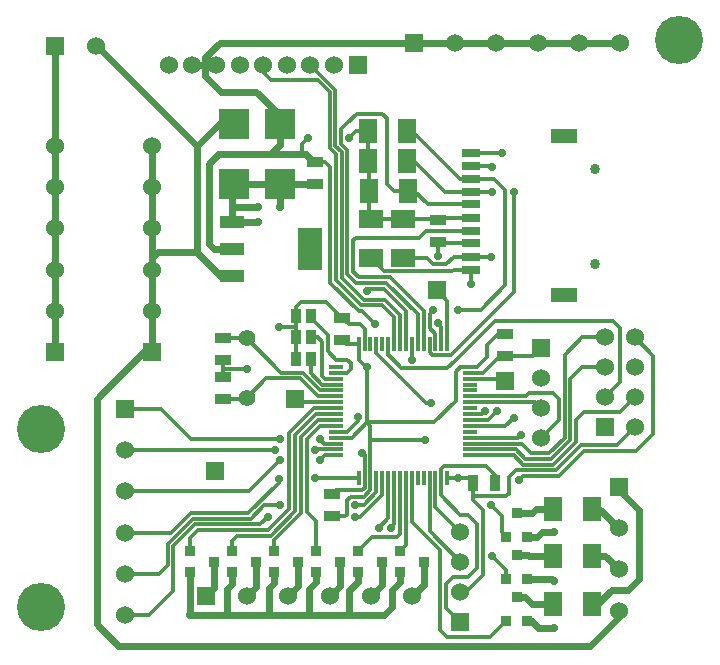
<source format=gtl>
G04 (created by PCBNEW (2013-may-18)-stable) date Вт 17 фев 2015 22:42:46*
%MOIN*%
G04 Gerber Fmt 3.4, Leading zero omitted, Abs format*
%FSLAX34Y34*%
G01*
G70*
G90*
G04 APERTURE LIST*
%ADD10C,0.00590551*%
%ADD11R,0.06X0.06*%
%ADD12C,0.06*%
%ADD13R,0.036X0.036*%
%ADD14R,0.08X0.144*%
%ADD15R,0.08X0.04*%
%ADD16R,0.08X0.06*%
%ADD17R,0.06X0.08*%
%ADD18R,0.055X0.035*%
%ADD19R,0.035X0.055*%
%ADD20R,0.062X0.026*%
%ADD21C,0.034*%
%ADD22R,0.086X0.046*%
%ADD23C,0.056*%
%ADD24R,0.0472X0.0118*%
%ADD25R,0.0118X0.0472*%
%ADD26R,0.0984X0.1004*%
%ADD27R,0.038X0.05*%
%ADD28C,0.16*%
%ADD29C,0.0275591*%
%ADD30C,0.011811*%
%ADD31C,0.023622*%
G04 APERTURE END LIST*
G54D10*
G54D11*
X32440Y-34043D03*
G54D12*
X32440Y-32665D03*
X32440Y-31287D03*
X32440Y-29909D03*
X32440Y-28531D03*
X32440Y-27153D03*
G54D11*
X29212Y-34043D03*
G54D12*
X29212Y-32665D03*
X29212Y-31287D03*
X29212Y-29909D03*
X29212Y-28531D03*
X29212Y-27153D03*
G54D11*
X41153Y-23740D03*
G54D12*
X42531Y-23740D03*
X43909Y-23740D03*
X45287Y-23740D03*
X46665Y-23740D03*
X48043Y-23740D03*
G54D11*
X34224Y-42165D03*
G54D12*
X35602Y-42165D03*
X36980Y-42165D03*
X38358Y-42165D03*
X39736Y-42165D03*
X41113Y-42165D03*
G54D11*
X31535Y-35917D03*
G54D12*
X31535Y-37295D03*
X31535Y-38673D03*
X31535Y-40050D03*
X31535Y-41428D03*
X31535Y-42806D03*
G54D11*
X29203Y-23818D03*
G54D12*
X30581Y-23818D03*
G54D13*
X37897Y-41379D03*
X37897Y-40679D03*
X38697Y-41029D03*
X44950Y-43000D03*
X44250Y-43000D03*
X44600Y-42200D03*
X44950Y-40200D03*
X44250Y-40200D03*
X44600Y-39400D03*
X44950Y-41600D03*
X44250Y-41600D03*
X44600Y-40800D03*
X39297Y-41379D03*
X39297Y-40679D03*
X40097Y-41029D03*
X36497Y-41379D03*
X36497Y-40679D03*
X37297Y-41029D03*
X35097Y-41379D03*
X35097Y-40679D03*
X35897Y-41029D03*
X33697Y-41379D03*
X33697Y-40679D03*
X34497Y-41029D03*
X40697Y-41379D03*
X40697Y-40679D03*
X41497Y-41029D03*
G54D14*
X37717Y-30590D03*
G54D15*
X35117Y-30590D03*
X35117Y-31490D03*
X35117Y-29690D03*
G54D16*
X40787Y-30886D03*
X40787Y-29586D03*
G54D17*
X45806Y-42440D03*
X47106Y-42440D03*
X45806Y-39251D03*
X47106Y-39251D03*
X45806Y-40826D03*
X47106Y-40826D03*
X39664Y-28661D03*
X40964Y-28661D03*
G54D16*
X39724Y-30886D03*
X39724Y-29586D03*
G54D17*
X40945Y-27657D03*
X39645Y-27657D03*
X40945Y-26653D03*
X39645Y-26653D03*
G54D18*
X44200Y-33425D03*
X44200Y-34175D03*
G54D19*
X43128Y-38385D03*
X43878Y-38385D03*
G54D18*
X38425Y-39508D03*
X38425Y-38758D03*
X38779Y-33642D03*
X38779Y-32892D03*
X41968Y-30375D03*
X41968Y-29625D03*
X34803Y-33562D03*
X34803Y-34312D03*
X34803Y-35611D03*
X34803Y-34861D03*
X37874Y-27695D03*
X37874Y-28445D03*
G54D11*
X47531Y-36539D03*
G54D12*
X48531Y-36539D03*
X47531Y-35539D03*
X48531Y-35539D03*
X47531Y-34539D03*
X48531Y-34539D03*
X47531Y-33539D03*
X48531Y-33539D03*
G54D11*
X42716Y-43035D03*
G54D12*
X42716Y-42035D03*
X42716Y-41035D03*
X42716Y-40035D03*
G54D11*
X45400Y-33900D03*
G54D12*
X45400Y-34900D03*
X45400Y-35900D03*
X45400Y-36900D03*
G54D11*
X44200Y-35000D03*
X41929Y-31968D03*
X37204Y-35590D03*
X34527Y-37992D03*
G54D20*
X43070Y-27383D03*
X43070Y-28253D03*
X43070Y-28683D03*
X43070Y-29113D03*
X43070Y-29553D03*
X43070Y-29983D03*
X43070Y-30413D03*
X43070Y-30853D03*
X43070Y-31283D03*
X43070Y-27827D03*
G54D21*
X47210Y-31083D03*
X47210Y-27933D03*
G54D22*
X46170Y-26833D03*
X46170Y-32133D03*
G54D23*
X35590Y-35566D03*
X35590Y-33566D03*
G54D24*
X38556Y-34524D03*
X38556Y-34721D03*
X38556Y-34918D03*
X38556Y-35115D03*
X38556Y-35312D03*
X38556Y-35508D03*
X38556Y-35705D03*
X38556Y-35902D03*
X38556Y-36098D03*
X38556Y-36295D03*
X38556Y-36492D03*
X38556Y-36688D03*
X38556Y-36885D03*
X38556Y-37082D03*
X38556Y-37279D03*
X38556Y-37476D03*
G54D25*
X39324Y-38244D03*
X39521Y-38244D03*
X39718Y-38244D03*
X39915Y-38244D03*
X40112Y-38244D03*
X40308Y-38244D03*
X40505Y-38244D03*
X40702Y-38244D03*
X40898Y-38244D03*
X41095Y-38244D03*
X41292Y-38244D03*
X41488Y-38244D03*
X41685Y-38244D03*
X41882Y-38244D03*
X42079Y-38244D03*
X42276Y-38244D03*
G54D24*
X43044Y-37476D03*
X43044Y-37279D03*
X43044Y-37082D03*
X43044Y-36885D03*
X43044Y-36688D03*
X43044Y-36492D03*
X43044Y-36295D03*
X43044Y-36098D03*
X43044Y-35902D03*
X43044Y-35705D03*
X43044Y-35508D03*
X43044Y-35312D03*
X43044Y-35115D03*
X43044Y-34918D03*
X43044Y-34721D03*
X43044Y-34524D03*
G54D25*
X42276Y-33756D03*
X42079Y-33756D03*
X41882Y-33756D03*
X41685Y-33756D03*
X41488Y-33756D03*
X41292Y-33756D03*
X41095Y-33756D03*
X40898Y-33756D03*
X40702Y-33756D03*
X40505Y-33756D03*
X40308Y-33756D03*
X40112Y-33756D03*
X39915Y-33756D03*
X39718Y-33756D03*
X39521Y-33756D03*
X39324Y-33756D03*
G54D26*
X36692Y-26446D03*
X36692Y-28434D03*
X35157Y-26446D03*
X35157Y-28434D03*
G54D11*
X48000Y-38522D03*
G54D12*
X48000Y-39900D03*
X48000Y-41277D03*
X48000Y-42655D03*
G54D11*
X39291Y-24448D03*
G54D12*
X38503Y-24448D03*
X37716Y-24448D03*
X36929Y-24448D03*
X36141Y-24448D03*
X35354Y-24448D03*
X34566Y-24448D03*
X33779Y-24448D03*
X32992Y-24448D03*
G54D27*
X37230Y-32834D03*
X37730Y-32834D03*
X37230Y-33543D03*
X37730Y-33543D03*
X37230Y-34251D03*
X37730Y-34251D03*
G54D28*
X50000Y-23622D03*
X28740Y-42519D03*
X28740Y-36614D03*
G54D29*
X39606Y-34527D03*
X39881Y-33110D03*
X39015Y-26889D03*
X37637Y-26889D03*
X42637Y-38244D03*
X41535Y-36968D03*
X36692Y-29212D03*
X35984Y-29212D03*
X35984Y-29685D03*
X36653Y-33188D03*
X36338Y-42795D03*
X34921Y-42795D03*
X33697Y-42792D03*
X45826Y-43228D03*
X45826Y-41653D03*
X45826Y-40039D03*
X35590Y-34606D03*
X39448Y-37401D03*
X39291Y-36181D03*
X43779Y-27874D03*
X41968Y-30826D03*
X39606Y-32007D03*
X44675Y-38307D03*
X41751Y-35728D03*
X41968Y-33070D03*
X41102Y-34291D03*
X42637Y-32637D03*
X41811Y-32637D03*
X44488Y-28700D03*
X43779Y-28700D03*
X40393Y-39881D03*
X43740Y-39133D03*
X36692Y-36929D03*
X38031Y-36929D03*
X36535Y-37283D03*
X37874Y-37283D03*
X36692Y-37637D03*
X38031Y-37637D03*
X36653Y-38267D03*
X37874Y-38228D03*
X36692Y-39133D03*
X39212Y-39133D03*
X39212Y-39527D03*
X36299Y-39527D03*
X43779Y-40826D03*
X40000Y-39881D03*
X44094Y-27401D03*
X44488Y-36220D03*
X43543Y-35984D03*
X43070Y-31771D03*
X44724Y-36811D03*
X43740Y-30866D03*
X43937Y-35984D03*
G54D30*
X37874Y-27695D02*
X38207Y-27695D01*
X38377Y-27866D02*
X38207Y-27695D01*
X38377Y-31724D02*
X38377Y-27866D01*
X39330Y-32677D02*
X38377Y-31724D01*
X39448Y-32677D02*
X39330Y-32677D01*
X39881Y-33110D02*
X39448Y-32677D01*
X39251Y-26653D02*
X39015Y-26889D01*
X39645Y-26653D02*
X39251Y-26653D01*
X37440Y-27086D02*
X37440Y-27440D01*
X37637Y-26889D02*
X37440Y-27086D01*
G54D31*
X34212Y-24488D02*
X34212Y-24212D01*
X34685Y-23740D02*
X41153Y-23740D01*
X34212Y-24212D02*
X34685Y-23740D01*
X36692Y-26446D02*
X36692Y-26141D01*
X34212Y-24842D02*
X34212Y-24488D01*
X34212Y-24488D02*
X34212Y-24448D01*
X34724Y-25354D02*
X34212Y-24842D01*
X35905Y-25354D02*
X34724Y-25354D01*
X36692Y-26141D02*
X35905Y-25354D01*
X37874Y-27695D02*
X37813Y-27695D01*
X37813Y-27695D02*
X37559Y-27440D01*
X37559Y-27440D02*
X37440Y-27440D01*
X37440Y-27440D02*
X36377Y-27440D01*
X35117Y-30590D02*
X34488Y-30590D01*
X36692Y-27125D02*
X36692Y-26446D01*
X36377Y-27440D02*
X36692Y-27125D01*
X34645Y-27440D02*
X36377Y-27440D01*
X34330Y-27755D02*
X34645Y-27440D01*
X34330Y-30433D02*
X34330Y-27755D01*
X34488Y-30590D02*
X34330Y-30433D01*
X43909Y-23740D02*
X45287Y-23740D01*
X45287Y-23740D02*
X46665Y-23740D01*
X46665Y-23740D02*
X48043Y-23740D01*
X42531Y-23740D02*
X43909Y-23740D01*
X41153Y-23740D02*
X42531Y-23740D01*
X33779Y-24448D02*
X34212Y-24448D01*
X34212Y-24448D02*
X34566Y-24448D01*
G54D30*
X39324Y-33756D02*
X38892Y-33756D01*
X38892Y-33756D02*
X38779Y-33642D01*
X39718Y-38244D02*
X39718Y-38628D01*
X38876Y-39508D02*
X38425Y-39508D01*
X38937Y-39448D02*
X38876Y-39508D01*
X38937Y-38976D02*
X38937Y-39448D01*
X39055Y-38858D02*
X38937Y-38976D01*
X39488Y-38858D02*
X39055Y-38858D01*
X39718Y-38628D02*
X39488Y-38858D01*
X44330Y-38740D02*
X44251Y-38818D01*
X44251Y-38818D02*
X43128Y-38818D01*
X43128Y-38818D02*
X43149Y-38818D01*
X43149Y-38818D02*
X43128Y-38818D01*
X47935Y-37135D02*
X48531Y-36539D01*
X46742Y-37135D02*
X47935Y-37135D01*
X45901Y-37976D02*
X46742Y-37135D01*
X44553Y-37976D02*
X45901Y-37976D01*
X44330Y-38198D02*
X44553Y-37976D01*
X44330Y-38759D02*
X44330Y-38740D01*
X44330Y-38740D02*
X44330Y-38198D01*
X39645Y-27657D02*
X39645Y-26653D01*
X39664Y-28661D02*
X39664Y-27677D01*
X39664Y-27677D02*
X39645Y-27657D01*
X39664Y-28661D02*
X39664Y-29526D01*
X39664Y-29526D02*
X39724Y-29586D01*
X39606Y-36377D02*
X41850Y-36377D01*
X43044Y-34532D02*
X43044Y-34524D01*
X42712Y-34532D02*
X43044Y-34532D01*
X42559Y-34685D02*
X42712Y-34532D01*
X42559Y-35669D02*
X42559Y-34685D01*
X41850Y-36377D02*
X42559Y-35669D01*
X39724Y-29586D02*
X40787Y-29586D01*
X42716Y-42035D02*
X42885Y-42035D01*
X42885Y-42035D02*
X43456Y-41464D01*
X43456Y-41464D02*
X43456Y-39283D01*
X43456Y-39283D02*
X43128Y-38955D01*
X43128Y-38955D02*
X43128Y-38818D01*
X43128Y-38818D02*
X43128Y-38385D01*
X39718Y-36968D02*
X41535Y-36968D01*
X39718Y-36968D02*
X39724Y-36968D01*
X39724Y-36968D02*
X39718Y-36968D01*
X39718Y-38244D02*
X39718Y-36968D01*
X39718Y-36968D02*
X39718Y-36489D01*
X39718Y-36489D02*
X39606Y-36377D01*
X38556Y-36885D02*
X39099Y-36885D01*
X39606Y-36377D02*
X39606Y-34527D01*
X39606Y-34527D02*
X39606Y-34524D01*
X39563Y-34524D02*
X39324Y-34284D01*
X39324Y-34284D02*
X39324Y-33756D01*
X39606Y-34524D02*
X39563Y-34524D01*
X39099Y-36885D02*
X39606Y-36377D01*
X40787Y-29586D02*
X41929Y-29586D01*
X41929Y-29586D02*
X41968Y-29625D01*
X43070Y-29553D02*
X42039Y-29553D01*
X42039Y-29553D02*
X41968Y-29625D01*
X42276Y-38244D02*
X42637Y-38244D01*
X42637Y-38244D02*
X42987Y-38244D01*
X42987Y-38244D02*
X43128Y-38385D01*
X43044Y-34524D02*
X43276Y-34524D01*
X43276Y-34524D02*
X43600Y-34200D01*
X43600Y-34200D02*
X43600Y-33800D01*
X43600Y-33800D02*
X43975Y-33425D01*
X43975Y-33425D02*
X44200Y-33425D01*
G54D31*
X48000Y-42655D02*
X48000Y-42866D01*
X32137Y-34043D02*
X32440Y-34043D01*
X30590Y-35590D02*
X32137Y-34043D01*
X30590Y-43110D02*
X30590Y-35590D01*
X31299Y-43818D02*
X30590Y-43110D01*
X47047Y-43818D02*
X31299Y-43818D01*
X48000Y-42866D02*
X47047Y-43818D01*
X33937Y-30708D02*
X32637Y-30708D01*
X32637Y-30708D02*
X32440Y-30905D01*
X30581Y-23818D02*
X30590Y-23818D01*
X30590Y-23818D02*
X33937Y-27165D01*
X32440Y-34043D02*
X32440Y-32665D01*
X32440Y-32665D02*
X32440Y-31287D01*
X32440Y-31287D02*
X32440Y-30905D01*
X32440Y-30905D02*
X32440Y-29909D01*
X32440Y-29909D02*
X32440Y-28531D01*
X32440Y-28531D02*
X32440Y-27153D01*
X35117Y-31490D02*
X34718Y-31490D01*
X34655Y-26446D02*
X35157Y-26446D01*
X33937Y-27165D02*
X34655Y-26446D01*
X33937Y-30708D02*
X33937Y-27165D01*
X34718Y-31490D02*
X33937Y-30708D01*
X36692Y-28434D02*
X36692Y-29212D01*
X35117Y-29212D02*
X35984Y-29212D01*
X35117Y-29690D02*
X35978Y-29690D01*
X35978Y-29690D02*
X35984Y-29685D01*
G54D30*
X37230Y-33188D02*
X36653Y-33188D01*
G54D31*
X29212Y-27153D02*
X29212Y-23827D01*
X29212Y-23827D02*
X29203Y-23818D01*
X29212Y-31287D02*
X29212Y-32665D01*
X29212Y-32665D02*
X29212Y-34043D01*
X29212Y-29909D02*
X29212Y-31287D01*
X29212Y-28531D02*
X29212Y-29909D01*
X29212Y-27153D02*
X29212Y-28531D01*
X37874Y-28445D02*
X36703Y-28445D01*
X36703Y-28445D02*
X36692Y-28434D01*
X35157Y-28434D02*
X36692Y-28434D01*
X35117Y-29690D02*
X35117Y-29212D01*
X35117Y-29212D02*
X35117Y-28475D01*
X35117Y-28475D02*
X35157Y-28434D01*
X35097Y-41379D02*
X35097Y-41752D01*
X34921Y-41929D02*
X34921Y-42795D01*
X35097Y-41752D02*
X34921Y-41929D01*
X36497Y-41379D02*
X36497Y-41730D01*
X36338Y-41889D02*
X36338Y-42795D01*
X36497Y-41730D02*
X36338Y-41889D01*
X37897Y-41379D02*
X37897Y-41708D01*
X37677Y-41929D02*
X37677Y-42795D01*
X37897Y-41708D02*
X37677Y-41929D01*
X39297Y-41379D02*
X39297Y-41686D01*
X39015Y-41968D02*
X39015Y-42795D01*
X39297Y-41686D02*
X39015Y-41968D01*
X33697Y-41379D02*
X33697Y-42792D01*
X40697Y-41703D02*
X40697Y-41379D01*
X40433Y-41968D02*
X40697Y-41703D01*
X40433Y-42519D02*
X40433Y-41968D01*
X40157Y-42795D02*
X40433Y-42519D01*
X33700Y-42795D02*
X34921Y-42795D01*
X34921Y-42795D02*
X36338Y-42795D01*
X36338Y-42795D02*
X37677Y-42795D01*
X37677Y-42795D02*
X39015Y-42795D01*
X39015Y-42795D02*
X40157Y-42795D01*
X33697Y-42792D02*
X33700Y-42795D01*
X44950Y-43000D02*
X45086Y-43000D01*
X45314Y-43228D02*
X45826Y-43228D01*
X45086Y-43000D02*
X45314Y-43228D01*
X44950Y-41600D02*
X45773Y-41600D01*
X45773Y-41600D02*
X45826Y-41653D01*
X44950Y-40200D02*
X45272Y-40200D01*
X45433Y-40039D02*
X45826Y-40039D01*
X45272Y-40200D02*
X45433Y-40039D01*
G54D30*
X37230Y-32834D02*
X37230Y-32533D01*
X38249Y-32362D02*
X38779Y-32892D01*
X37401Y-32362D02*
X38249Y-32362D01*
X37230Y-32533D02*
X37401Y-32362D01*
X39521Y-33756D02*
X39521Y-33261D01*
X39521Y-33261D02*
X39370Y-33110D01*
X39370Y-33110D02*
X38997Y-33110D01*
X38997Y-33110D02*
X38779Y-32892D01*
X39521Y-38244D02*
X39521Y-38549D01*
X38562Y-38622D02*
X38425Y-38758D01*
X39448Y-38622D02*
X38562Y-38622D01*
X39521Y-38549D02*
X39448Y-38622D01*
X37230Y-33543D02*
X37230Y-33188D01*
X37230Y-33188D02*
X37230Y-32834D01*
X37230Y-34251D02*
X37230Y-33543D01*
X34803Y-34606D02*
X35590Y-34606D01*
X34803Y-34312D02*
X34803Y-34606D01*
X34803Y-34606D02*
X34803Y-34861D01*
X39521Y-38244D02*
X39521Y-37473D01*
X39521Y-37473D02*
X39448Y-37401D01*
X38556Y-36688D02*
X38941Y-36688D01*
X39291Y-36338D02*
X39291Y-36181D01*
X38941Y-36688D02*
X39291Y-36338D01*
X42079Y-38244D02*
X42079Y-38811D01*
X42244Y-42562D02*
X42716Y-43035D01*
X42244Y-41771D02*
X42244Y-42562D01*
X42480Y-41535D02*
X42244Y-41771D01*
X42952Y-41535D02*
X42480Y-41535D01*
X43267Y-41220D02*
X42952Y-41535D01*
X43267Y-39763D02*
X43267Y-41220D01*
X42952Y-39448D02*
X43267Y-39763D01*
X42716Y-39448D02*
X42952Y-39448D01*
X42079Y-38811D02*
X42716Y-39448D01*
X43070Y-27827D02*
X43733Y-27827D01*
X43733Y-27827D02*
X43779Y-27874D01*
X41968Y-30375D02*
X41968Y-30826D01*
X43070Y-30413D02*
X42007Y-30413D01*
X42007Y-30413D02*
X41968Y-30375D01*
X42079Y-38244D02*
X42079Y-37921D01*
X43878Y-38130D02*
X43878Y-38385D01*
X43582Y-37834D02*
X43878Y-38130D01*
X42165Y-37834D02*
X43582Y-37834D01*
X42079Y-37921D02*
X42165Y-37834D01*
X44200Y-34175D02*
X45125Y-34175D01*
X45125Y-34175D02*
X45400Y-33900D01*
X43044Y-34721D02*
X43479Y-34721D01*
X44025Y-34175D02*
X44200Y-34175D01*
X43479Y-34721D02*
X44025Y-34175D01*
G54D31*
X44600Y-39400D02*
X45088Y-39400D01*
X45236Y-39251D02*
X45806Y-39251D01*
X45088Y-39400D02*
X45236Y-39251D01*
X47106Y-42440D02*
X47283Y-42440D01*
X48000Y-38629D02*
X48000Y-38522D01*
X48661Y-39291D02*
X48000Y-38629D01*
X48661Y-41614D02*
X48661Y-39291D01*
X48307Y-41968D02*
X48661Y-41614D01*
X47755Y-41968D02*
X48307Y-41968D01*
X47283Y-42440D02*
X47755Y-41968D01*
G54D30*
X38556Y-36295D02*
X37965Y-36295D01*
X36497Y-40313D02*
X36497Y-40679D01*
X37401Y-39409D02*
X36497Y-40313D01*
X37401Y-38897D02*
X37401Y-39409D01*
X37401Y-37952D02*
X37401Y-38897D01*
X37401Y-36858D02*
X37401Y-37952D01*
X37965Y-36295D02*
X37401Y-36858D01*
X40702Y-38244D02*
X40702Y-40085D01*
X39780Y-40196D02*
X39297Y-40679D01*
X40590Y-40196D02*
X39780Y-40196D01*
X40702Y-40085D02*
X40590Y-40196D01*
X37598Y-37716D02*
X37598Y-39370D01*
X38035Y-36492D02*
X37598Y-36929D01*
X37598Y-36929D02*
X37598Y-37716D01*
X38556Y-36492D02*
X38035Y-36492D01*
X37897Y-39669D02*
X37897Y-40679D01*
X37598Y-39370D02*
X37897Y-39669D01*
X38556Y-36098D02*
X37895Y-36098D01*
X35097Y-40335D02*
X35097Y-40679D01*
X35275Y-40157D02*
X35097Y-40335D01*
X36386Y-40157D02*
X35275Y-40157D01*
X37208Y-39334D02*
X36386Y-40157D01*
X37208Y-36784D02*
X37208Y-39334D01*
X37895Y-36098D02*
X37208Y-36784D01*
X38556Y-35902D02*
X37823Y-35902D01*
X33697Y-40239D02*
X33697Y-40679D01*
X33968Y-39968D02*
X33697Y-40239D01*
X36308Y-39968D02*
X33968Y-39968D01*
X37007Y-39268D02*
X36308Y-39968D01*
X37007Y-36717D02*
X37007Y-39268D01*
X37823Y-35902D02*
X37007Y-36717D01*
G54D31*
X34497Y-41029D02*
X34497Y-41891D01*
X34497Y-41891D02*
X34224Y-42165D01*
X38697Y-41029D02*
X38697Y-41825D01*
X38697Y-41825D02*
X38358Y-42165D01*
X37297Y-41029D02*
X37297Y-41847D01*
X37297Y-41847D02*
X36980Y-42165D01*
X35897Y-41029D02*
X35897Y-41869D01*
X35897Y-41869D02*
X35602Y-42165D01*
X44600Y-40800D02*
X44973Y-40800D01*
X45000Y-40826D02*
X45806Y-40826D01*
X44973Y-40800D02*
X45000Y-40826D01*
G54D30*
X40898Y-38244D02*
X40898Y-40479D01*
X40898Y-40479D02*
X40697Y-40679D01*
X40505Y-33756D02*
X40505Y-32858D01*
X36141Y-24685D02*
X36141Y-24448D01*
X36417Y-24960D02*
X36141Y-24685D01*
X37961Y-24960D02*
X36417Y-24960D01*
X38362Y-25361D02*
X37961Y-24960D01*
X38362Y-27243D02*
X38362Y-25361D01*
X38566Y-27447D02*
X38362Y-27243D01*
X38566Y-31629D02*
X38566Y-27447D01*
X39409Y-32472D02*
X38566Y-31629D01*
X40118Y-32472D02*
X39409Y-32472D01*
X40505Y-32858D02*
X40118Y-32472D01*
X40898Y-33756D02*
X40898Y-32651D01*
X39690Y-31923D02*
X39606Y-32007D01*
X40169Y-31923D02*
X39690Y-31923D01*
X40898Y-32651D02*
X40169Y-31923D01*
X40702Y-33756D02*
X40702Y-32788D01*
X38551Y-25283D02*
X37716Y-24448D01*
X38551Y-27164D02*
X38551Y-25283D01*
X38755Y-27369D02*
X38551Y-27164D01*
X38755Y-31551D02*
X38755Y-27369D01*
X39488Y-32283D02*
X38755Y-31551D01*
X40196Y-32283D02*
X39488Y-32283D01*
X40702Y-32788D02*
X40196Y-32283D01*
X41685Y-38244D02*
X41685Y-40003D01*
X41685Y-40003D02*
X42716Y-41035D01*
X41882Y-38244D02*
X41882Y-39200D01*
X41882Y-39200D02*
X42716Y-40035D01*
X43044Y-34918D02*
X44118Y-34918D01*
X44118Y-34918D02*
X44200Y-35000D01*
X40492Y-34311D02*
X40748Y-34566D01*
X48031Y-35039D02*
X48031Y-33228D01*
X48031Y-33228D02*
X47795Y-32992D01*
X47795Y-32992D02*
X43858Y-32992D01*
X43858Y-32992D02*
X42519Y-34330D01*
X48031Y-35039D02*
X47531Y-35539D01*
X42283Y-34566D02*
X42519Y-34330D01*
X40748Y-34566D02*
X42283Y-34566D01*
X40308Y-34126D02*
X40308Y-33756D01*
X40511Y-34330D02*
X40492Y-34311D01*
X40492Y-34311D02*
X40308Y-34126D01*
X39915Y-33756D02*
X39915Y-34078D01*
X49143Y-34151D02*
X48531Y-33539D01*
X49143Y-36771D02*
X49143Y-34151D01*
X48582Y-37332D02*
X49143Y-36771D01*
X46842Y-37332D02*
X48582Y-37332D01*
X46009Y-38165D02*
X46842Y-37332D01*
X44816Y-38165D02*
X46009Y-38165D01*
X44675Y-38307D02*
X44816Y-38165D01*
X41564Y-35728D02*
X41751Y-35728D01*
X39915Y-34078D02*
X41564Y-35728D01*
X38556Y-35705D02*
X37319Y-35705D01*
X37319Y-35705D02*
X37204Y-35590D01*
G54D31*
X47106Y-39251D02*
X47351Y-39251D01*
X47351Y-39251D02*
X48000Y-39900D01*
G54D30*
X42276Y-33756D02*
X42276Y-32315D01*
X42276Y-32315D02*
X41929Y-31968D01*
X42079Y-33181D02*
X41968Y-33070D01*
X42079Y-33181D02*
X42079Y-33756D01*
X41095Y-33756D02*
X41095Y-34283D01*
X41095Y-34283D02*
X41102Y-34291D01*
X41488Y-33756D02*
X41488Y-32669D01*
X41571Y-29983D02*
X43070Y-29983D01*
X41328Y-30226D02*
X41571Y-29983D01*
X39222Y-30226D02*
X41328Y-30226D01*
X39133Y-30314D02*
X39222Y-30226D01*
X39133Y-31358D02*
X39133Y-30314D01*
X39320Y-31545D02*
X39133Y-31358D01*
X40364Y-31545D02*
X39320Y-31545D01*
X41488Y-32669D02*
X40364Y-31545D01*
X41882Y-33756D02*
X41882Y-33417D01*
X44212Y-28622D02*
X43844Y-28253D01*
X43844Y-28253D02*
X43070Y-28253D01*
X44212Y-31811D02*
X44212Y-28622D01*
X43385Y-32637D02*
X44212Y-31811D01*
X42637Y-32637D02*
X43385Y-32637D01*
X41692Y-32755D02*
X41811Y-32637D01*
X41692Y-33228D02*
X41692Y-32755D01*
X41882Y-33417D02*
X41692Y-33228D01*
X40945Y-26653D02*
X41102Y-26653D01*
X42702Y-28253D02*
X43070Y-28253D01*
X41102Y-26653D02*
X42702Y-28253D01*
X38951Y-26392D02*
X38951Y-26402D01*
X41292Y-32778D02*
X40248Y-31734D01*
X40248Y-31734D02*
X39242Y-31734D01*
X39242Y-31734D02*
X38944Y-31436D01*
X41292Y-32778D02*
X41292Y-33756D01*
X38944Y-27291D02*
X38944Y-31436D01*
X38740Y-27086D02*
X38944Y-27291D01*
X38740Y-26614D02*
X38740Y-27086D01*
X38951Y-26402D02*
X38740Y-26614D01*
X40511Y-28661D02*
X40964Y-28661D01*
X40275Y-28425D02*
X40511Y-28661D01*
X40275Y-26240D02*
X40275Y-28425D01*
X40118Y-26082D02*
X40275Y-26240D01*
X39261Y-26082D02*
X40118Y-26082D01*
X38944Y-26399D02*
X38951Y-26392D01*
X38951Y-26392D02*
X39261Y-26082D01*
X43070Y-29113D02*
X41633Y-29113D01*
X41181Y-28661D02*
X40964Y-28661D01*
X41633Y-29113D02*
X41181Y-28661D01*
X44488Y-28700D02*
X44488Y-32047D01*
X43779Y-28700D02*
X43762Y-28683D01*
X43070Y-28683D02*
X43762Y-28683D01*
X41685Y-34047D02*
X41771Y-34133D01*
X41771Y-34133D02*
X42401Y-34133D01*
X42401Y-34133D02*
X44291Y-32244D01*
X41685Y-34047D02*
X41685Y-33756D01*
X44488Y-32047D02*
X44291Y-32244D01*
X40945Y-27657D02*
X41161Y-27657D01*
X42187Y-28683D02*
X43070Y-28683D01*
X41161Y-27657D02*
X42187Y-28683D01*
X40505Y-38244D02*
X40505Y-39770D01*
X40505Y-39770D02*
X40393Y-39881D01*
X43818Y-39212D02*
X44094Y-39488D01*
X43740Y-39133D02*
X43818Y-39212D01*
X44094Y-40044D02*
X44250Y-40200D01*
X44094Y-39488D02*
X44094Y-40044D01*
X31535Y-35917D02*
X32728Y-35917D01*
X38184Y-37082D02*
X38556Y-37082D01*
X38184Y-37082D02*
X38031Y-36929D01*
X33740Y-36929D02*
X36692Y-36929D01*
X32728Y-35917D02*
X33740Y-36929D01*
X31535Y-37295D02*
X36523Y-37295D01*
X37878Y-37279D02*
X38556Y-37279D01*
X37878Y-37279D02*
X37874Y-37283D01*
X36523Y-37295D02*
X36535Y-37283D01*
G54D31*
X47106Y-40826D02*
X47548Y-40826D01*
X47548Y-40826D02*
X48000Y-41277D01*
G54D30*
X31535Y-38673D02*
X35657Y-38673D01*
X38193Y-37476D02*
X38556Y-37476D01*
X38193Y-37476D02*
X38031Y-37637D01*
X35657Y-38673D02*
X36692Y-37637D01*
X31535Y-40050D02*
X33075Y-40050D01*
X37889Y-38244D02*
X39324Y-38244D01*
X37889Y-38244D02*
X37874Y-38228D01*
X36653Y-38394D02*
X36653Y-38267D01*
X35646Y-39401D02*
X36653Y-38394D01*
X33725Y-39401D02*
X35646Y-39401D01*
X33075Y-40050D02*
X33725Y-39401D01*
X31535Y-41428D02*
X32673Y-41428D01*
X39915Y-38707D02*
X39915Y-38244D01*
X39488Y-39133D02*
X39212Y-39133D01*
X39915Y-38707D02*
X39488Y-39133D01*
X36181Y-39133D02*
X36692Y-39133D01*
X35724Y-39590D02*
X36181Y-39133D01*
X33803Y-39590D02*
X35724Y-39590D01*
X32960Y-40433D02*
X33803Y-39590D01*
X32960Y-41141D02*
X32960Y-40433D01*
X32673Y-41428D02*
X32960Y-41141D01*
X31535Y-42806D02*
X32350Y-42806D01*
X40112Y-38785D02*
X39370Y-39527D01*
X39370Y-39527D02*
X39212Y-39527D01*
X40112Y-38785D02*
X40112Y-38244D01*
X36047Y-39779D02*
X36299Y-39527D01*
X33881Y-39779D02*
X36047Y-39779D01*
X33149Y-40511D02*
X33881Y-39779D01*
X33149Y-42007D02*
X33149Y-40511D01*
X32350Y-42806D02*
X33149Y-42007D01*
X40308Y-38244D02*
X40308Y-39573D01*
X44250Y-41297D02*
X44250Y-41600D01*
X43779Y-40826D02*
X44250Y-41297D01*
X40308Y-39573D02*
X40000Y-39881D01*
X41095Y-38244D02*
X41095Y-39681D01*
X43706Y-43543D02*
X44250Y-43000D01*
X42283Y-43543D02*
X43706Y-43543D01*
X42047Y-43307D02*
X42283Y-43543D01*
X42047Y-40633D02*
X42047Y-43307D01*
X41095Y-39681D02*
X42047Y-40633D01*
X38556Y-35115D02*
X38115Y-35115D01*
X37730Y-34729D02*
X37730Y-34251D01*
X38115Y-35115D02*
X37730Y-34729D01*
X37730Y-32834D02*
X37730Y-32887D01*
X38940Y-34721D02*
X38556Y-34721D01*
X39055Y-34606D02*
X38940Y-34721D01*
X39055Y-34409D02*
X39055Y-34606D01*
X38937Y-34291D02*
X39055Y-34409D01*
X38582Y-34291D02*
X38937Y-34291D01*
X38299Y-34007D02*
X38582Y-34291D01*
X38299Y-33456D02*
X38299Y-34007D01*
X37730Y-32887D02*
X38299Y-33456D01*
X38556Y-34918D02*
X38185Y-34918D01*
X37952Y-33543D02*
X37730Y-33543D01*
X38110Y-33700D02*
X37952Y-33543D01*
X38110Y-34842D02*
X38110Y-33700D01*
X38185Y-34918D02*
X38110Y-34842D01*
G54D31*
X41497Y-41029D02*
X41497Y-41781D01*
X41497Y-41781D02*
X41113Y-42165D01*
G54D30*
X43044Y-36492D02*
X44216Y-36492D01*
X44076Y-27383D02*
X43070Y-27383D01*
X44094Y-27401D02*
X44076Y-27383D01*
X44216Y-36492D02*
X44488Y-36220D01*
X34803Y-33562D02*
X35585Y-33562D01*
X35585Y-33562D02*
X35590Y-33566D01*
X38556Y-35312D02*
X38045Y-35312D01*
X36748Y-34724D02*
X35590Y-33566D01*
X37457Y-34724D02*
X36748Y-34724D01*
X38045Y-35312D02*
X37457Y-34724D01*
X34803Y-35611D02*
X35546Y-35611D01*
X35546Y-35611D02*
X35590Y-35566D01*
X38556Y-35508D02*
X37973Y-35508D01*
X36244Y-34913D02*
X35590Y-35566D01*
X37379Y-34913D02*
X36244Y-34913D01*
X37973Y-35508D02*
X37379Y-34913D01*
X43044Y-37476D02*
X44492Y-37476D01*
X48047Y-36023D02*
X48531Y-35539D01*
X46850Y-36023D02*
X48047Y-36023D01*
X46566Y-36307D02*
X46850Y-36023D01*
X46566Y-37038D02*
X46566Y-36307D01*
X45817Y-37787D02*
X46566Y-37038D01*
X44803Y-37787D02*
X45817Y-37787D01*
X44492Y-37476D02*
X44803Y-37787D01*
X43044Y-35705D02*
X45205Y-35705D01*
X45205Y-35705D02*
X45400Y-35900D01*
X43044Y-37279D02*
X44562Y-37279D01*
X46759Y-34539D02*
X47531Y-34539D01*
X46377Y-34921D02*
X46759Y-34539D01*
X46377Y-36960D02*
X46377Y-34921D01*
X45739Y-37598D02*
X46377Y-36960D01*
X44881Y-37598D02*
X45739Y-37598D01*
X44562Y-37279D02*
X44881Y-37598D01*
X43044Y-35508D02*
X44892Y-35508D01*
X46000Y-36300D02*
X45400Y-36900D01*
X46000Y-35600D02*
X46000Y-36300D01*
X45800Y-35400D02*
X46000Y-35600D01*
X45000Y-35400D02*
X45800Y-35400D01*
X44892Y-35508D02*
X45000Y-35400D01*
X43070Y-31283D02*
X42495Y-31283D01*
X40176Y-31338D02*
X39724Y-30886D01*
X42440Y-31338D02*
X40176Y-31338D01*
X42495Y-31283D02*
X42440Y-31338D01*
X43429Y-36098D02*
X43543Y-35984D01*
X43044Y-36098D02*
X43429Y-36098D01*
X43070Y-31771D02*
X43070Y-31283D01*
X43044Y-37082D02*
X44759Y-37082D01*
X46775Y-33539D02*
X47531Y-33539D01*
X46188Y-34125D02*
X46775Y-33539D01*
X46188Y-36881D02*
X46188Y-34125D01*
X45669Y-37401D02*
X46188Y-36881D01*
X45078Y-37401D02*
X45669Y-37401D01*
X44759Y-37082D02*
X45078Y-37401D01*
X43044Y-36885D02*
X44650Y-36885D01*
X44650Y-36885D02*
X44724Y-36811D01*
X43044Y-36295D02*
X43626Y-36295D01*
X43727Y-30853D02*
X43070Y-30853D01*
X43740Y-30866D02*
X43727Y-30853D01*
X43626Y-36295D02*
X43937Y-35984D01*
X40787Y-30886D02*
X41594Y-30886D01*
X42492Y-30853D02*
X43070Y-30853D01*
X42244Y-31102D02*
X42492Y-30853D01*
X41811Y-31102D02*
X42244Y-31102D01*
X41594Y-30886D02*
X41811Y-31102D01*
G54D31*
X40097Y-41029D02*
X40097Y-41803D01*
X40097Y-41803D02*
X39736Y-42165D01*
X44600Y-42200D02*
X44877Y-42200D01*
X45118Y-42440D02*
X45806Y-42440D01*
X44877Y-42200D02*
X45118Y-42440D01*
M02*

</source>
